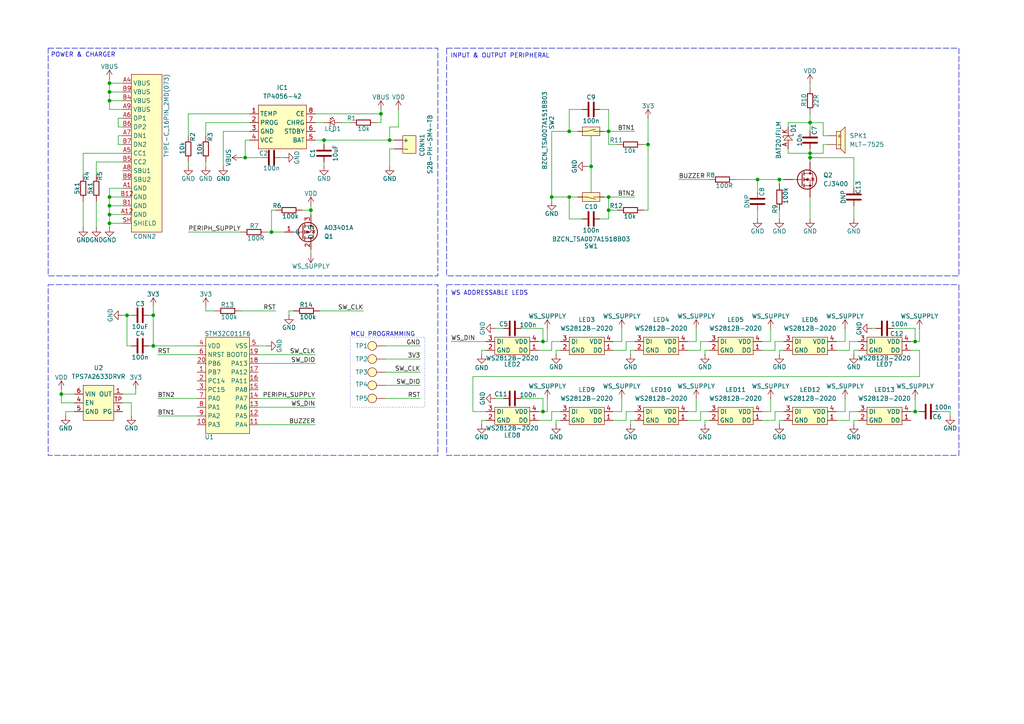
<source format=kicad_sch>
(kicad_sch (version 20250114) (generator "eeschema") (generator_version "9.0")
  (paper "A4")
  (rectangle (start 101.6 97.79) (end 123.19 118.11) (stroke (width 0) (type dot)))
  (rectangle (start 129.54 82.55) (end 278.13 132.08) (stroke (width 0) (type dash)))
  (rectangle (start 13.97 82.55) (end 127 132.08) (stroke (width 0) (type dash)))
  (rectangle (start 13.97 13.97) (end 127 80.01) (stroke (width 0) (type dash)))
  (rectangle (start 129.54 13.97) (end 278.13 80.01) (stroke (width 0) (type dash)))
  (text "INPUT & OUTPUT PERIPHERAL" (at 145.034 16.256 0) (effects (font (size 1.27 1.27))))
  (text "POWER & CHARGER" (at 24.13 16.002 0) (effects (font (size 1.27 1.27))))
  (text "WS ADDRESSABLE LEDS" (at 141.986 85.09 0) (effects (font (size 1.27 1.27))))
  (text "MCU PROGRAMMING" (at 101.6 97.79 0) (effects (font (size 1.27 1.27)) (justify left bottom)))
  (junction (at 31.75 57.15))
  (junction (at 265.43 119.38))
  (junction (at 165.1 57.15))
  (junction (at 176.53 38.1))
  (junction (at 226.06 52.07))
  (junction (at 187.96 41.91))
  (junction (at 165.1 38.1))
  (junction (at 234.95 45.72))
  (junction (at 93.98 40.64))
  (junction (at 31.75 59.69))
  (junction (at 113.03 40.64))
  (junction (at 176.53 60.96))
  (junction (at 157.48 119.38))
  (junction (at 17.78 114.3))
  (junction (at 31.75 62.23))
  (junction (at 31.75 24.13))
  (junction (at 31.75 29.21))
  (junction (at 78.74 67.31))
  (junction (at 265.43 99.06))
  (junction (at 44.45 91.44))
  (junction (at 44.45 100.33))
  (junction (at 160.02 57.15))
  (junction (at 157.48 99.06))
  (junction (at 110.49 33.02))
  (junction (at 176.53 57.15))
  (junction (at 71.12 45.72))
  (junction (at 36.83 91.44))
  (junction (at 31.75 26.67))
  (junction (at 234.95 35.56))
  (junction (at 234.95 44.45))
  (junction (at 31.75 64.77))
  (junction (at 90.17 60.96))
  (junction (at 171.45 48.26))
  (junction (at 219.71 52.07))
  (wire (pts (xy 176.53 31.75) (xy 176.53 38.1)))
  (wire (pts (xy 137.16 119.38) (xy 137.16 109.22)))
  (wire (pts (xy 78.74 60.96) (xy 80.01 60.96)))
  (wire (pts (xy 36.83 91.44) (xy 38.1 91.44)))
  (wire (pts (xy 203.2 119.38) (xy 205.74 119.38)))
  (wire (pts (xy 59.69 90.17) (xy 62.23 90.17)))
  (wire (pts (xy 187.96 34.29) (xy 187.96 41.91)))
  (wire (pts (xy 143.51 115.57) (xy 146.05 115.57)))
  (wire (pts (xy 31.75 62.23) (xy 35.56 62.23)))
  (wire (pts (xy 77.47 67.31) (xy 78.74 67.31)))
  (wire (pts (xy 165.1 31.75) (xy 165.1 38.1)))
  (wire (pts (xy 247.65 54.61) (xy 247.65 45.72)))
  (wire (pts (xy 176.53 63.5) (xy 176.53 60.96)))
  (wire (pts (xy 19.05 119.38) (xy 19.05 120.65)))
  (wire (pts (xy 160.02 101.6) (xy 160.02 99.06)))
  (wire (pts (xy 165.1 63.5) (xy 168.91 63.5)))
  (wire (pts (xy 74.93 105.41) (xy 91.44 105.41)))
  (wire (pts (xy 54.61 33.02) (xy 54.61 39.37)))
  (wire (pts (xy 226.06 101.6) (xy 226.06 102.87)))
  (wire (pts (xy 83.82 90.17) (xy 83.82 91.44)))
  (wire (pts (xy 59.69 88.9) (xy 59.69 90.17)))
  (wire (pts (xy 234.95 44.45) (xy 238.76 44.45)))
  (wire (pts (xy 91.44 40.64) (xy 93.98 40.64)))
  (wire (pts (xy 72.39 33.02) (xy 54.61 33.02)))
  (wire (pts (xy 177.8 119.38) (xy 180.34 119.38)))
  (wire (pts (xy 160.02 119.38) (xy 162.56 119.38)))
  (wire (pts (xy 140.97 119.38) (xy 137.16 119.38)))
  (wire (pts (xy 156.21 99.06) (xy 157.48 99.06)))
  (wire (pts (xy 170.18 48.26) (xy 171.45 48.26)))
  (wire (pts (xy 156.21 101.6) (xy 160.02 101.6)))
  (wire (pts (xy 242.57 99.06) (xy 245.11 99.06)))
  (wire (pts (xy 31.75 62.23) (xy 31.75 64.77)))
  (wire (pts (xy 234.95 33.02) (xy 234.95 35.56)))
  (wire (pts (xy 35.56 34.29) (xy 34.29 34.29)))
  (wire (pts (xy 140.97 121.92) (xy 139.7 121.92)))
  (wire (pts (xy 176.53 60.96) (xy 176.53 57.15)))
  (wire (pts (xy 165.1 57.15) (xy 160.02 57.15)))
  (wire (pts (xy 247.65 121.92) (xy 247.65 123.19)))
  (wire (pts (xy 81.28 45.72) (xy 82.55 45.72)))
  (wire (pts (xy 184.15 121.92) (xy 182.88 121.92)))
  (wire (pts (xy 224.79 99.06) (xy 227.33 99.06)))
  (wire (pts (xy 227.33 101.6) (xy 226.06 101.6)))
  (wire (pts (xy 167.64 57.15) (xy 165.1 57.15)))
  (wire (pts (xy 54.61 46.99) (xy 54.61 48.26)))
  (wire (pts (xy 177.8 99.06) (xy 180.34 99.06)))
  (wire (pts (xy 35.56 46.99) (xy 27.94 46.99)))
  (wire (pts (xy 246.38 99.06) (xy 248.92 99.06)))
  (wire (pts (xy 219.71 60.96) (xy 219.71 63.5)))
  (wire (pts (xy 160.02 57.15) (xy 160.02 58.42)))
  (wire (pts (xy 266.7 109.22) (xy 266.7 101.6)))
  (wire (pts (xy 219.71 52.07) (xy 219.71 55.88)))
  (wire (pts (xy 266.7 95.25) (xy 266.7 99.06)))
  (wire (pts (xy 143.51 95.25) (xy 146.05 95.25)))
  (wire (pts (xy 31.75 31.75) (xy 31.75 29.21)))
  (wire (pts (xy 34.29 36.83) (xy 35.56 36.83)))
  (wire (pts (xy 186.69 41.91) (xy 187.96 41.91)))
  (wire (pts (xy 31.75 57.15) (xy 31.75 59.69)))
  (wire (pts (xy 111.76 115.57) (xy 121.92 115.57)))
  (wire (pts (xy 90.17 60.96) (xy 90.17 62.23)))
  (wire (pts (xy 220.98 99.06) (xy 223.52 99.06)))
  (wire (pts (xy 271.78 119.38) (xy 275.59 119.38)))
  (wire (pts (xy 140.97 101.6) (xy 139.7 101.6)))
  (wire (pts (xy 238.76 41.91) (xy 238.76 44.45)))
  (wire (pts (xy 35.56 26.67) (xy 31.75 26.67)))
  (wire (pts (xy 175.26 57.15) (xy 176.53 57.15)))
  (wire (pts (xy 162.56 101.6) (xy 161.29 101.6)))
  (wire (pts (xy 85.09 90.17) (xy 83.82 90.17)))
  (wire (pts (xy 266.7 101.6) (xy 264.16 101.6)))
  (wire (pts (xy 17.78 116.84) (xy 21.59 116.84)))
  (wire (pts (xy 93.98 40.64) (xy 93.98 41.91)))
  (wire (pts (xy 160.02 38.1) (xy 165.1 38.1)))
  (wire (pts (xy 93.98 46.99) (xy 93.98 48.26)))
  (wire (pts (xy 275.59 119.38) (xy 275.59 120.65)))
  (wire (pts (xy 224.79 119.38) (xy 227.33 119.38)))
  (wire (pts (xy 59.69 46.99) (xy 59.69 48.26)))
  (wire (pts (xy 31.75 54.61) (xy 31.75 57.15)))
  (wire (pts (xy 115.57 31.75) (xy 115.57 36.83)))
  (wire (pts (xy 227.33 121.92) (xy 226.06 121.92)))
  (wire (pts (xy 45.72 120.65) (xy 57.15 120.65)))
  (wire (pts (xy 92.71 90.17) (xy 105.41 90.17)))
  (wire (pts (xy 72.39 38.1) (xy 64.77 38.1)))
  (wire (pts (xy 35.56 114.3) (xy 39.37 114.3)))
  (wire (pts (xy 31.75 59.69) (xy 31.75 62.23)))
  (wire (pts (xy 139.7 121.92) (xy 139.7 123.19)))
  (wire (pts (xy 137.16 109.22) (xy 266.7 109.22)))
  (wire (pts (xy 220.98 121.92) (xy 224.79 121.92)))
  (wire (pts (xy 157.48 119.38) (xy 158.75 119.38)))
  (wire (pts (xy 245.11 95.25) (xy 245.11 99.06)))
  (wire (pts (xy 219.71 52.07) (xy 226.06 52.07)))
  (wire (pts (xy 203.2 101.6) (xy 203.2 99.06)))
  (wire (pts (xy 43.18 91.44) (xy 44.45 91.44)))
  (wire (pts (xy 111.76 111.76) (xy 121.92 111.76)))
  (wire (pts (xy 113.03 36.83) (xy 113.03 40.64)))
  (wire (pts (xy 43.18 100.33) (xy 44.45 100.33)))
  (wire (pts (xy 246.38 119.38) (xy 248.92 119.38)))
  (wire (pts (xy 247.65 45.72) (xy 234.95 45.72)))
  (wire (pts (xy 220.98 119.38) (xy 223.52 119.38)))
  (wire (pts (xy 205.74 101.6) (xy 204.47 101.6)))
  (wire (pts (xy 71.12 45.72) (xy 76.2 45.72)))
  (wire (pts (xy 111.76 100.33) (xy 121.92 100.33)))
  (wire (pts (xy 157.48 99.06) (xy 158.75 99.06)))
  (wire (pts (xy 157.48 95.25) (xy 157.48 99.06)))
  (wire (pts (xy 181.61 99.06) (xy 184.15 99.06)))
  (wire (pts (xy 69.85 90.17) (xy 80.01 90.17)))
  (wire (pts (xy 240.03 41.91) (xy 238.76 41.91)))
  (wire (pts (xy 109.22 35.56) (xy 110.49 35.56)))
  (wire (pts (xy 157.48 115.57) (xy 157.48 119.38)))
  (wire (pts (xy 234.95 43.18) (xy 234.95 44.45)))
  (wire (pts (xy 113.03 48.26) (xy 113.03 43.18)))
  (wire (pts (xy 247.65 101.6) (xy 247.65 102.87)))
  (wire (pts (xy 203.2 121.92) (xy 203.2 119.38)))
  (wire (pts (xy 173.99 31.75) (xy 176.53 31.75)))
  (wire (pts (xy 224.79 119.38) (xy 224.79 121.92)))
  (wire (pts (xy 110.49 31.75) (xy 110.49 33.02)))
  (wire (pts (xy 31.75 64.77) (xy 35.56 64.77)))
  (wire (pts (xy 74.93 102.87) (xy 91.44 102.87)))
  (wire (pts (xy 31.75 57.15) (xy 35.56 57.15)))
  (wire (pts (xy 44.45 100.33) (xy 57.15 100.33)))
  (wire (pts (xy 151.13 95.25) (xy 157.48 95.25)))
  (wire (pts (xy 31.75 64.77) (xy 31.75 66.04)))
  (wire (pts (xy 201.93 95.25) (xy 201.93 99.06)))
  (wire (pts (xy 110.49 33.02) (xy 110.49 35.56)))
  (wire (pts (xy 72.39 40.64) (xy 71.12 40.64)))
  (wire (pts (xy 182.88 101.6) (xy 182.88 102.87)))
  (wire (pts (xy 31.75 22.86) (xy 31.75 24.13)))
  (wire (pts (xy 171.45 48.26) (xy 171.45 55.88)))
  (wire (pts (xy 59.69 35.56) (xy 59.69 39.37)))
  (wire (pts (xy 38.1 116.84) (xy 38.1 120.65)))
  (wire (pts (xy 64.77 38.1) (xy 64.77 48.26)))
  (wire (pts (xy 111.76 107.95) (xy 121.92 107.95)))
  (wire (pts (xy 220.98 101.6) (xy 224.79 101.6)))
  (wire (pts (xy 35.56 24.13) (xy 31.75 24.13)))
  (wire (pts (xy 175.26 38.1) (xy 176.53 38.1)))
  (wire (pts (xy 180.34 115.57) (xy 180.34 119.38)))
  (wire (pts (xy 181.61 119.38) (xy 181.61 121.92)))
  (wire (pts (xy 24.13 58.42) (xy 24.13 66.04)))
  (wire (pts (xy 74.93 115.57) (xy 91.44 115.57)))
  (wire (pts (xy 17.78 113.03) (xy 17.78 114.3)))
  (wire (pts (xy 156.21 121.92) (xy 160.02 121.92)))
  (wire (pts (xy 91.44 35.56) (xy 93.98 35.56)))
  (wire (pts (xy 226.06 60.96) (xy 226.06 63.5)))
  (wire (pts (xy 245.11 115.57) (xy 245.11 119.38)))
  (wire (pts (xy 203.2 99.06) (xy 205.74 99.06)))
  (wire (pts (xy 246.38 101.6) (xy 246.38 99.06)))
  (wire (pts (xy 224.79 101.6) (xy 224.79 99.06)))
  (wire (pts (xy 36.83 91.44) (xy 36.83 100.33)))
  (wire (pts (xy 45.72 115.57) (xy 57.15 115.57)))
  (wire (pts (xy 35.56 31.75) (xy 31.75 31.75)))
  (wire (pts (xy 234.95 35.56) (xy 228.6 35.56)))
  (wire (pts (xy 31.75 29.21) (xy 35.56 29.21)))
  (wire (pts (xy 234.95 45.72) (xy 234.95 46.99)))
  (wire (pts (xy 226.06 52.07) (xy 226.06 53.34)))
  (wire (pts (xy 90.17 59.69) (xy 90.17 60.96)))
  (wire (pts (xy 168.91 31.75) (xy 165.1 31.75)))
  (wire (pts (xy 158.75 115.57) (xy 158.75 119.38)))
  (wire (pts (xy 34.29 34.29) (xy 34.29 36.83)))
  (wire (pts (xy 91.44 33.02) (xy 110.49 33.02)))
  (wire (pts (xy 234.95 24.13) (xy 234.95 25.4)))
  (wire (pts (xy 265.43 119.38) (xy 266.7 119.38)))
  (wire (pts (xy 179.07 41.91) (xy 176.53 41.91)))
  (wire (pts (xy 161.29 101.6) (xy 161.29 102.87)))
  (wire (pts (xy 162.56 121.92) (xy 161.29 121.92)))
  (wire (pts (xy 247.65 59.69) (xy 247.65 63.5)))
  (wire (pts (xy 173.99 63.5) (xy 176.53 63.5)))
  (wire (pts (xy 54.61 67.31) (xy 69.85 67.31)))
  (wire (pts (xy 90.17 72.39) (xy 90.17 73.66)))
  (wire (pts (xy 165.1 38.1) (xy 167.64 38.1)))
  (wire (pts (xy 161.29 121.92) (xy 161.29 123.19)))
  (wire (pts (xy 204.47 121.92) (xy 204.47 123.19)))
  (wire (pts (xy 139.7 101.6) (xy 139.7 102.87)))
  (wire (pts (xy 228.6 43.18) (xy 228.6 44.45)))
  (wire (pts (xy 171.45 48.26) (xy 171.45 39.37)))
  (wire (pts (xy 223.52 95.25) (xy 223.52 99.06)))
  (wire (pts (xy 31.75 59.69) (xy 35.56 59.69)))
  (wire (pts (xy 242.57 101.6) (xy 246.38 101.6)))
  (wire (pts (xy 252.73 95.25) (xy 254 95.25)))
  (wire (pts (xy 199.39 101.6) (xy 203.2 101.6)))
  (wire (pts (xy 78.74 67.31) (xy 78.74 60.96)))
  (wire (pts (xy 201.93 115.57) (xy 201.93 119.38)))
  (wire (pts (xy 228.6 35.56) (xy 228.6 36.83)))
  (wire (pts (xy 158.75 99.06) (xy 158.75 95.25)))
  (wire (pts (xy 179.07 60.96) (xy 176.53 60.96)))
  (wire (pts (xy 264.16 99.06) (xy 265.43 99.06)))
  (wire (pts (xy 115.57 36.83) (xy 113.03 36.83)))
  (wire (pts (xy 242.57 121.92) (xy 246.38 121.92)))
  (wire (pts (xy 45.72 102.87) (xy 57.15 102.87)))
  (wire (pts (xy 238.76 35.56) (xy 234.95 35.56)))
  (wire (pts (xy 39.37 114.3) (xy 39.37 113.03)))
  (wire (pts (xy 238.76 39.37) (xy 240.03 39.37)))
  (wire (pts (xy 160.02 57.15) (xy 160.02 38.1)))
  (wire (pts (xy 234.95 57.15) (xy 234.95 63.5)))
  (wire (pts (xy 99.06 35.56) (xy 101.6 35.56)))
  (wire (pts (xy 87.63 60.96) (xy 90.17 60.96)))
  (wire (pts (xy 44.45 88.9) (xy 44.45 91.44)))
  (wire (pts (xy 71.12 40.64) (xy 71.12 45.72)))
  (wire (pts (xy 35.56 44.45) (xy 24.13 44.45)))
  (wire (pts (xy 111.76 104.14) (xy 121.92 104.14)))
  (wire (pts (xy 130.81 99.06) (xy 140.97 99.06)))
  (wire (pts (xy 31.75 26.67) (xy 31.75 29.21)))
  (wire (pts (xy 35.56 116.84) (xy 38.1 116.84)))
  (wire (pts (xy 248.92 121.92) (xy 247.65 121.92)))
  (wire (pts (xy 265.43 115.57) (xy 265.43 119.38)))
  (wire (pts (xy 181.61 101.6) (xy 181.61 99.06)))
  (wire (pts (xy 17.78 114.3) (xy 21.59 114.3)))
  (wire (pts (xy 180.34 95.25) (xy 180.34 99.06)))
  (wire (pts (xy 38.1 100.33) (xy 36.83 100.33)))
  (wire (pts (xy 35.56 39.37) (xy 34.29 39.37)))
  (wire (pts (xy 234.95 44.45) (xy 234.95 45.72)))
  (wire (pts (xy 74.93 100.33) (xy 77.47 100.33)))
  (wire (pts (xy 213.36 52.07) (xy 219.71 52.07)))
  (wire (pts (xy 156.21 119.38) (xy 157.48 119.38)))
  (wire (pts (xy 113.03 40.64) (xy 114.3 40.64)))
  (wire (pts (xy 223.52 115.57) (xy 223.52 119.38)))
  (wire (pts (xy 176.53 38.1) (xy 176.53 41.91)))
  (wire (pts (xy 160.02 121.92) (xy 160.02 119.38)))
  (wire (pts (xy 265.43 95.25) (xy 265.43 99.06)))
  (wire (pts (xy 69.85 45.72) (xy 71.12 45.72)))
  (wire (pts (xy 265.43 99.06) (xy 266.7 99.06)))
  (wire (pts (xy 199.39 119.38) (xy 201.93 119.38)))
  (wire (pts (xy 17.78 114.3) (xy 17.78 116.84)))
  (wire (pts (xy 238.76 39.37) (xy 238.76 35.56)))
  (wire (pts (xy 228.6 44.45) (xy 234.95 44.45)))
  (wire (pts (xy 259.08 95.25) (xy 265.43 95.25)))
  (wire (pts (xy 160.02 99.06) (xy 162.56 99.06)))
  (wire (pts (xy 177.8 121.92) (xy 181.61 121.92)))
  (wire (pts (xy 204.47 101.6) (xy 204.47 102.87)))
  (wire (pts (xy 181.61 119.38) (xy 184.15 119.38)))
  (wire (pts (xy 165.1 57.15) (xy 165.1 63.5)))
  (wire (pts (xy 196.85 52.07) (xy 205.74 52.07)))
  (wire (pts (xy 21.59 119.38) (xy 19.05 119.38)))
  (wire (pts (xy 242.57 119.38) (xy 245.11 119.38)))
  (wire (pts (xy 35.56 54.61) (xy 31.75 54.61)))
  (wire (pts (xy 82.55 67.31) (xy 78.74 67.31)))
  (wire (pts (xy 246.38 119.38) (xy 246.38 121.92)))
  (wire (pts (xy 205.74 121.92) (xy 204.47 121.92)))
  (wire (pts (xy 176.53 38.1) (xy 184.15 38.1)))
  (wire (pts (xy 187.96 41.91) (xy 187.96 60.96)))
  (wire (pts (xy 264.16 119.38) (xy 265.43 119.38)))
  (wire (pts (xy 34.29 41.91) (xy 35.56 41.91)))
  (wire (pts (xy 182.88 121.92) (xy 182.88 123.19)))
  (wire (pts (xy 27.94 46.99) (xy 27.94 50.8)))
  (wire (pts (xy 74.93 123.19) (xy 91.44 123.19)))
  (wire (pts (xy 199.39 121.92) (xy 203.2 121.92)))
  (wire (pts (xy 93.98 40.64) (xy 113.03 40.64)))
  (wire (pts (xy 113.03 43.18) (xy 114.3 43.18)))
  (wire (pts (xy 44.45 91.44) (xy 44.45 100.33)))
  (wire (pts (xy 226.06 121.92) (xy 226.06 123.19)))
  (wire (pts (xy 31.75 24.13) (xy 31.75 26.67)))
  (wire (pts (xy 234.95 35.56) (xy 234.95 38.1)))
  (wire (pts (xy 74.93 118.11) (xy 91.44 118.11)))
  (wire (pts (xy 187.96 60.96) (xy 186.69 60.96)))
  (wire (pts (xy 248.92 101.6) (xy 247.65 101.6)))
  (wire (pts (xy 151.13 115.57) (xy 157.48 115.57)))
  (wire (pts (xy 72.39 35.56) (xy 59.69 35.56)))
  (wire (pts (xy 176.53 57.15) (xy 184.15 57.15)))
  (wire (pts (xy 34.29 39.37) (xy 34.29 41.91)))
  (wire (pts (xy 226.06 52.07) (xy 227.33 52.07)))
  (wire (pts (xy 184.15 101.6) (xy 182.88 101.6)))
  (wire (pts (xy 177.8 101.6) (xy 181.61 101.6)))
  (wire (pts (xy 27.94 58.42) (xy 27.94 66.04)))
  (wire (pts (xy 35.56 91.44) (xy 36.83 91.44)))
  (wire (pts (xy 24.13 44.45) (xy 24.13 50.8)))
  (wire (pts (xy 199.39 99.06) (xy 201.93 99.06)))
  (label "BTN1" (at 184.15 38.1 180))
  (label "BUZZER" (at 91.44 123.19 180))
  (label "RST" (at 121.92 115.57 180))
  (label "RST" (at 45.72 102.87 0))
  (label "SW_CLK" (at 105.41 90.17 180))
  (label "GND" (at 121.92 100.33 180))
  (label "RST" (at 80.01 90.17 180))
  (label "BTN2" (at 45.72 115.57 0))
  (label "PERIPH_SUPPLY" (at 91.44 115.57 180))
  (label "BTN1" (at 45.72 120.65 0))
  (label "SW_CLK" (at 121.92 107.95 180))
  (label "BTN2" (at 184.15 57.15 180))
  (label "PERIPH_SUPPLY" (at 54.61 67.31 0))
  (label "SW_CLK" (at 91.44 102.87 180))
  (label "WS_DIN" (at 91.44 118.11 180))
  (label "3V3" (at 121.92 104.14 180))
  (label "WS_DIN" (at 130.81 99.06 0))
  (label "SW_DIO" (at 91.44 105.41 180))
  (label "SW_DIO" (at 121.92 111.76 180))
  (label "BUZZER" (at 196.85 52.07 0))
  (symbol (lib_id "Borna KiCAD Libary:BZCN_TSA007A1518B03") (at 171.45 57.15 0) (mirror x) (unit 1)
    (property "Reference" "SW1" (at 171.45 71.374 0))
    (property "Value" "BZCN_TSA007A1518B03" (at 171.45 69.342 0))
    (property "Footprint" "Borna KiCAD Library:TSA007A1518B03" (effects (hide yes)))
    (property "Description" "C2888419" (effects (hide yes)))
  )
  (symbol (lib_id "power:GND") (at 161.29 123.19 0) (unit 1)
    (property "Reference" "#PWR036" (effects (hide yes)))
    (property "Value" "GND" (at 161.29 126.746 0))
    (property "Description" "Power symbol creates a global label with name \"GND\" , ground" (effects (hide yes)))
  )
  (symbol (lib_id "power:GND") (at 247.65 123.19 0) (unit 1)
    (property "Reference" "#PWR040" (effects (hide yes)))
    (property "Value" "GND" (at 247.65 126.746 0))
    (property "Description" "Power symbol creates a global label with name \"GND\" , ground" (effects (hide yes)))
  )
  (symbol (lib_id "power:VDD") (at 17.78 113.03 0) (unit 1)
    (property "Reference" "#PWR058" (effects (hide yes)))
    (property "Value" "VDD" (at 17.78 109.474 0))
    (property "Description" "Power symbol creates a global label with name \"VDD\"" (effects (hide yes)))
  )
  (symbol (lib_id "Borna KiCAD Libary:WS2812B-2020") (at 234.95 100.33 0) (unit 1)
    (property "Reference" "LED6" (at 234.95 92.71 0))
    (property "Value" "WS2812B-2020" (at 234.95 95.25 0))
    (property "Footprint" "Borna KiCAD Library:WS2812B-2020" (effects (hide yes)))
  )
  (symbol (lib_id "power:GND") (at 182.88 102.87 0) (unit 1)
    (property "Reference" "#PWR024" (effects (hide yes)))
    (property "Value" "GND" (at 182.88 106.426 0))
    (property "Description" "Power symbol creates a global label with name \"GND\" , ground" (effects (hide yes)))
  )
  (symbol (lib_id "Borna KiCAD Libary:WS2812B-2020") (at 170.18 120.65 0) (unit 1)
    (property "Reference" "LED9" (at 170.18 113.03 0))
    (property "Value" "WS2812B-2020" (at 170.18 115.57 0))
    (property "Footprint" "Borna KiCAD Library:WS2812B-2020" (effects (hide yes)))
  )
  (symbol (lib_id "Borna KiCAD Libary:WS2812B-2020") (at 148.59 120.65 0) (unit 1)
    (property "Reference" "LED8" (at 148.59 126.238 0))
    (property "Value" "WS2812B-2020" (at 148.59 124.206 0))
    (property "Footprint" "Borna KiCAD Library:WS2812B-2020" (effects (hide yes)))
  )
  (symbol (lib_id "power:VDD") (at 265.43 115.57 0) (unit 1)
    (property "Reference" "#PWR033" (effects (hide yes)))
    (property "Value" "WS_SUPPLY" (at 265.43 112.014 0))
    (property "Description" "Power symbol creates a global label with name \"VDD\"" (effects (hide yes)))
  )
  (symbol (lib_id "power:VDD") (at 223.52 115.57 0) (unit 1)
    (property "Reference" "#PWR031" (effects (hide yes)))
    (property "Value" "WS_SUPPLY" (at 223.52 112.014 0))
    (property "Description" "Power symbol creates a global label with name \"VDD\"" (effects (hide yes)))
  )
  (symbol (lib_id "power:VDD") (at 31.75 22.86 0) (unit 1)
    (property "Reference" "#PWR01" (effects (hide yes)))
    (property "Value" "VBUS" (at 31.75 19.304 0))
    (property "Description" "Power symbol creates a global label with name \"VDD\"" (effects (hide yes)))
  )
  (symbol (lib_id "power:VDD") (at 245.11 95.25 0) (unit 1)
    (property "Reference" "#PWR020" (effects (hide yes)))
    (property "Value" "WS_SUPPLY" (at 245.11 91.694 0))
    (property "Description" "Power symbol creates a global label with name \"VDD\"" (effects (hide yes)))
  )
  (symbol (lib_id "Borna KiCAD Libary:MLT-7525") (at 242.57 40.64 0) (unit 1)
    (property "Reference" "SPK1" (at 246.38 39.3699 0) (effects (justify left)))
    (property "Value" "MLT-7525" (at 246.38 41.9099 0) (effects (justify left)))
    (property "Footprint" "Borna KiCAD Library:MTL-7525" (effects (hide yes)))
  )
  (symbol (lib_id "Borna KiCAD Libary:R0603") (at 209.55 52.07 180) (unit 1)
    (property "Reference" "R8" (at 204.724 50.8 0) (effects (justify right)))
    (property "Value" "100R" (at 207.518 53.848 0) (effects (justify right)))
    (property "Footprint" "Borna KiCAD Library:R0603" (effects (hide yes)))
  )
  (symbol (lib_id "power:GND") (at 64.77 48.26 0) (unit 1)
    (property "Reference" "#PWR07" (effects (hide yes)))
    (property "Value" "GND" (at 64.77 51.816 0))
    (property "Description" "Power symbol creates a global label with name \"GND\" , ground" (effects (hide yes)))
  )
  (symbol (lib_id "power:VDD") (at 90.17 73.66 180) (unit 1)
    (property "Reference" "#PWR041" (effects (hide yes)))
    (property "Value" "WS_SUPPLY" (at 90.17 77.216 0))
    (property "Description" "Power symbol creates a global label with name \"VDD\"" (effects (hide yes)))
  )
  (symbol (lib_id "Borna KiCAD Libary:WS2812B-2020") (at 213.36 100.33 0) (unit 1)
    (property "Reference" "LED5" (at 213.36 92.71 0))
    (property "Value" "WS2812B-2020" (at 213.36 95.25 0))
    (property "Footprint" "Borna KiCAD Library:WS2812B-2020" (effects (hide yes)))
  )
  (symbol (lib_id "power:GND") (at 27.94 66.04 0) (unit 1)
    (property "Reference" "#PWR011" (effects (hide yes)))
    (property "Value" "GND" (at 27.94 69.596 0))
    (property "Description" "Power symbol creates a global label with name \"GND\" , ground" (effects (hide yes)))
  )
  (symbol (lib_id "Borna KiCAD Libary:C0603") (at 256.54 95.25 0) (unit 1)
    (property "Reference" "C12" (at 260.096 96.774 0))
    (property "Value" "100n" (at 260.858 93.98 0))
    (property "Footprint" "Borna KiCAD Library:C0603" (effects (hide yes)))
  )
  (symbol (lib_id "Borna KiCAD Libary:R0603") (at 226.06 57.15 270) (unit 1)
    (property "Reference" "R9" (at 224.79 61.976 0) (effects (justify right)))
    (property "Value" "100k" (at 227.838 59.182 0) (effects (justify right)))
    (property "Footprint" "Borna KiCAD Library:R0603" (effects (hide yes)))
  )
  (symbol (lib_id "Borna KiCAD Libary:TP4056-42") (at 82.55 36.83 0) (unit 1)
    (property "Reference" "IC1" (at 81.915 25.4 0))
    (property "Value" "TP4056-42" (at 81.915 27.94 0))
    (property "Footprint" "Borna KiCAD Library:EMSOP" (effects (hide yes)))
  )
  (symbol (lib_id "power:GND") (at 139.7 123.19 0) (unit 1)
    (property "Reference" "#PWR035" (effects (hide yes)))
    (property "Value" "GND" (at 139.7 126.746 0))
    (property "Description" "Power symbol creates a global label with name \"GND\" , ground" (effects (hide yes)))
  )
  (symbol (lib_id "power:GND") (at 143.51 95.25 270) (unit 1)
    (property "Reference" "#PWR015" (effects (hide yes)))
    (property "Value" "GND" (at 139.954 95.25 0))
    (property "Description" "Power symbol creates a global label with name \"GND\" , ground" (effects (hide yes)))
  )
  (symbol (lib_id "power:VDD") (at 201.93 115.57 0) (unit 1)
    (property "Reference" "#PWR030" (effects (hide yes)))
    (property "Value" "WS_SUPPLY" (at 201.93 112.014 0))
    (property "Description" "Power symbol creates a global label with name \"VDD\"" (effects (hide yes)))
  )
  (symbol (lib_id "Borna KiCAD Libary:R0603") (at 88.9 90.17 180) (unit 1)
    (property "Reference" "R14" (at 86.868 88.392 0) (effects (justify right)))
    (property "Value" "100k" (at 86.868 91.948 0) (effects (justify right)))
    (property "Footprint" "Borna KiCAD Library:R0603" (effects (hide yes)))
  )
  (symbol (lib_id "Borna KiCAD Libary:WS2812B-2020") (at 148.59 100.33 0) (unit 1)
    (property "Reference" "LED2" (at 148.59 105.664 0))
    (property "Value" "WS2812B-2020" (at 148.59 103.886 0))
    (property "Footprint" "Borna KiCAD Library:WS2812B-2020" (effects (hide yes)))
  )
  (symbol (lib_id "power:VDD") (at 110.49 31.75 0) (unit 1)
    (property "Reference" "#PWR02" (effects (hide yes)))
    (property "Value" "VBUS" (at 110.49 28.194 0))
    (property "Description" "Power symbol creates a global label with name \"VDD\"" (effects (hide yes)))
  )
  (symbol (lib_id "Borna KiCAD Libary:S2B-PH-SM4-TB") (at 116.84 41.91 0) (unit 1)
    (property "Reference" "CONN1" (at 122.428 45.466 90) (effects (justify left)))
    (property "Value" "S2B-PH-SM4-TB" (at 124.714 50.546 90) (effects (justify left)))
    (property "Footprint" "Borna KiCAD Library:JST_S2B-PH-SM4-TB" (effects (hide yes)))
  )
  (symbol (lib_id "power:GND") (at 182.88 123.19 0) (unit 1)
    (property "Reference" "#PWR037" (effects (hide yes)))
    (property "Value" "GND" (at 182.88 126.746 0))
    (property "Description" "Power symbol creates a global label with name \"GND\" , ground" (effects (hide yes)))
  )
  (symbol (lib_id "power:VDD") (at 69.85 45.72 90) (unit 1)
    (property "Reference" "#PWR03" (effects (hide yes)))
    (property "Value" "VBUS" (at 66.294 45.72 0))
    (property "Description" "Power symbol creates a global label with name \"VDD\"" (effects (hide yes)))
  )
  (symbol (lib_id "power:GND") (at 204.47 102.87 0) (unit 1)
    (property "Reference" "#PWR025" (effects (hide yes)))
    (property "Value" "GND" (at 204.47 106.426 0))
    (property "Description" "Power symbol creates a global label with name \"GND\" , ground" (effects (hide yes)))
  )
  (symbol (lib_id "Borna KiCAD Libary:WS2812B-2020") (at 234.95 120.65 0) (unit 1)
    (property "Reference" "LED12" (at 234.95 113.03 0))
    (property "Value" "WS2812B-2020" (at 234.95 115.57 0))
    (property "Footprint" "Borna KiCAD Library:WS2812B-2020" (effects (hide yes)))
  )
  (symbol (lib_id "power:GND") (at 24.13 66.04 0) (unit 1)
    (property "Reference" "#PWR010" (effects (hide yes)))
    (property "Value" "GND" (at 24.13 69.596 0))
    (property "Description" "Power symbol creates a global label with name \"GND\" , ground" (effects (hide yes)))
  )
  (symbol (lib_id "power:VDD") (at 180.34 115.57 0) (unit 1)
    (property "Reference" "#PWR029" (effects (hide yes)))
    (property "Value" "WS_SUPPLY" (at 180.34 112.014 0))
    (property "Description" "Power symbol creates a global label with name \"VDD\"" (effects (hide yes)))
  )
  (symbol (lib_id "Borna KiCAD Libary:WS2812B-2020") (at 170.18 100.33 0) (unit 1)
    (property "Reference" "LED3" (at 170.18 92.71 0))
    (property "Value" "WS2812B-2020" (at 170.18 95.25 0))
    (property "Footprint" "Borna KiCAD Library:WS2812B-2020" (effects (hide yes)))
  )
  (symbol (lib_id "power:GND") (at 82.55 45.72 90) (unit 1)
    (property "Reference" "#PWR04" (effects (hide yes)))
    (property "Value" "GND" (at 86.106 45.72 0))
    (property "Description" "Power symbol creates a global label with name \"GND\" , ground" (effects (hide yes)))
  )
  (symbol (lib_id "Borna KiCAD Libary:BZCN_TSA007A1518B03") (at 171.45 38.1 0) (unit 1)
    (property "Reference" "SW2" (at 160.02 35.56 90))
    (property "Value" "BZCN_TSA007A1518B03" (at 157.988 37.846 90))
    (property "Footprint" "Borna KiCAD Library:TSA007A1518B03" (effects (hide yes)))
    (property "Description" "C2888419" (effects (hide yes)))
  )
  (symbol (lib_id "Borna KiCAD Libary:TP-1_5mm") (at 110.49 100.33 0) (unit 1)
    (property "Reference" "TP1" (at 104.902 100.33 0))
    (property "Footprint" "Borna KiCAD Library:TP-1_5mm" (effects (hide yes)))
  )
  (symbol (lib_id "power:GND") (at 219.71 63.5 0) (unit 1)
    (property "Reference" "#PWR046" (effects (hide yes)))
    (property "Value" "GND" (at 219.71 67.056 0))
    (property "Description" "Power symbol creates a global label with name \"GND\" , ground" (effects (hide yes)))
  )
  (symbol (lib_id "Borna KiCAD Libary:TP-1_5mm") (at 110.49 104.14 0) (unit 1)
    (property "Reference" "TP2" (at 104.902 104.14 0))
    (property "Footprint" "Borna KiCAD Library:TP-1_5mm" (effects (hide yes)))
  )
  (symbol (lib_id "Borna KiCAD Libary:C1206") (at 93.98 44.45 90) (unit 1)
    (property "Reference" "C1" (at 90.678 44.45 0))
    (property "Value" "10uF" (at 97.282 44.45 0))
    (property "Footprint" "Borna KiCAD Library:C1206" (effects (hide yes)))
  )
  (symbol (lib_id "Borna KiCAD Libary:R0603") (at 27.94 54.61 90) (unit 1)
    (property "Reference" "R5" (at 28.956 51.054 0))
    (property "Value" "5k1" (at 26.162 54.61 0))
    (property "Footprint" "Borna KiCAD Library:R0603" (effects (hide yes)))
  )
  (symbol (lib_id "power:VDD") (at 44.45 88.9 0) (unit 1)
    (property "Reference" "#PWR013" (effects (hide yes)))
    (property "Value" "3V3" (at 44.45 85.344 0))
    (property "Description" "Power symbol creates a global label with name \"VDD\"" (effects (hide yes)))
  )
  (symbol (lib_id "power:GND") (at 19.05 120.65 0) (unit 1)
    (property "Reference" "#PWR055" (effects (hide yes)))
    (property "Value" "GND" (at 19.05 124.206 0))
    (property "Description" "Power symbol creates a global label with name \"GND\" , ground" (effects (hide yes)))
  )
  (symbol (lib_id "power:VDD") (at 245.11 115.57 0) (unit 1)
    (property "Reference" "#PWR032" (effects (hide yes)))
    (property "Value" "WS_SUPPLY" (at 245.11 112.014 0))
    (property "Description" "Power symbol creates a global label with name \"VDD\"" (effects (hide yes)))
  )
  (symbol (lib_id "power:GND") (at 59.69 48.26 0) (unit 1)
    (property "Reference" "#PWR06" (effects (hide yes)))
    (property "Value" "GND" (at 59.69 51.816 0))
    (property "Description" "Power symbol creates a global label with name \"GND\" , ground" (effects (hide yes)))
  )
  (symbol (lib_id "Borna KiCAD Libary:C0603") (at 171.45 31.75 0) (unit 1)
    (property "Reference" "C9" (at 171.45 28.194 0))
    (property "Value" "100n" (at 171.45 35.052 0))
    (property "Footprint" "Borna KiCAD Library:C0603" (effects (hide yes)))
  )
  (symbol (lib_id "Borna KiCAD Libary:STM32C011F6") (at 66.04 111.76 0) (unit 1)
    (property "Reference" "U1" (at 60.706 126.746 0))
    (property "Value" "STM32C011F6" (at 66.04 96.774 0))
    (property "Footprint" "Borna KiCAD Library:TSSOP20" (effects (hide yes)))
  )
  (symbol (lib_id "power:GND") (at 247.65 63.5 0) (unit 1)
    (property "Reference" "#PWR052" (effects (hide yes)))
    (property "Value" "GND" (at 247.65 67.056 0))
    (property "Description" "Power symbol creates a global label with name \"GND\" , ground" (effects (hide yes)))
  )
  (symbol (lib_id "Borna KiCAD Libary:WS2812B-2020") (at 191.77 100.33 0) (unit 1)
    (property "Reference" "LED4" (at 191.77 92.71 0))
    (property "Value" "WS2812B-2020" (at 191.77 95.25 0))
    (property "Footprint" "Borna KiCAD Library:WS2812B-2020" (effects (hide yes)))
  )
  (symbol (lib_id "Borna KiCAD Libary:R0603") (at 83.82 60.96 180) (unit 1)
    (property "Reference" "R6" (at 78.994 59.69 0) (effects (justify right)))
    (property "Value" "100k" (at 81.788 62.738 0) (effects (justify right)))
    (property "Footprint" "Borna KiCAD Library:R0603" (effects (hide yes)))
  )
  (symbol (lib_id "Borna KiCAD Libary:C0603") (at 171.45 63.5 0) (unit 1)
    (property "Reference" "C10" (at 171.45 59.944 0))
    (property "Value" "100n" (at 171.45 66.802 0))
    (property "Footprint" "Borna KiCAD Library:C0603" (effects (hide yes)))
  )
  (symbol (lib_id "power:VDD") (at 223.52 95.25 0) (unit 1)
    (property "Reference" "#PWR019" (effects (hide yes)))
    (property "Value" "WS_SUPPLY" (at 223.52 91.694 0))
    (property "Description" "Power symbol creates a global label with name \"VDD\"" (effects (hide yes)))
  )
  (symbol (lib_id "Borna KiCAD Libary:WS2812B-2020") (at 256.54 120.65 0) (unit 1)
    (property "Reference" "LED13" (at 256.54 113.03 0))
    (property "Value" "WS2812B-2020" (at 256.54 115.57 0))
    (property "Footprint" "Borna KiCAD Library:WS2812B-2020" (effects (hide yes)))
  )
  (symbol (lib_id "Borna KiCAD Libary:R0603") (at 182.88 60.96 180) (unit 1)
    (property "Reference" "R12" (at 176.784 59.69 0) (effects (justify right)))
    (property "Value" "10k" (at 180.848 62.738 0) (effects (justify right)))
    (property "Footprint" "Borna KiCAD Library:R0603" (effects (hide yes)))
  )
  (symbol (lib_id "power:VDD") (at 115.57 31.75 0) (unit 1)
    (property "Reference" "#PWR054" (effects (hide yes)))
    (property "Value" "VDD" (at 115.57 28.194 0))
    (property "Description" "Power symbol creates a global label with name \"VDD\"" (effects (hide yes)))
  )
  (symbol (lib_id "Borna KiCAD Libary:TP-1_5mm") (at 110.49 115.57 0) (unit 1)
    (property "Reference" "TP5" (at 104.902 115.57 0))
    (property "Footprint" "Borna KiCAD Library:TP-1_5mm" (effects (hide yes)))
  )
  (symbol (lib_id "power:VDD") (at 266.7 95.25 0) (unit 1)
    (property "Reference" "#PWR021" (effects (hide yes)))
    (property "Value" "WS_SUPPLY" (at 266.7 91.694 0))
    (property "Description" "Power symbol creates a global label with name \"VDD\"" (effects (hide yes)))
  )
  (symbol (lib_id "Borna KiCAD Libary:AO3401A") (at 90.17 67.31 0) (mirror x) (unit 1)
    (property "Reference" "Q1" (at 93.98 68.5801 0) (effects (justify left)))
    (property "Value" "AO3401A" (at 93.98 66.0401 0) (effects (justify left)))
    (property "Footprint" "Borna KiCAD Library:SOT-23-3L" (effects (hide yes)))
    (property "Description" "C5224202" (effects (hide yes)))
  )
  (symbol (lib_id "Borna KiCAD Libary:CJ3400") (at 234.95 52.07 0) (unit 1)
    (property "Reference" "Q2" (at 238.76 50.7999 0) (effects (justify left)))
    (property "Value" "CJ3400" (at 238.76 53.3399 0) (effects (justify left)))
    (property "Footprint" "Borna KiCAD Library:SOT-23-3L" (effects (hide yes)))
    (property "Description" "C19019" (effects (hide yes)))
  )
  (symbol (lib_id "power:GND") (at 252.73 95.25 270) (unit 1)
    (property "Reference" "#PWR050" (effects (hide yes)))
    (property "Value" "GND" (at 249.174 95.25 0))
    (property "Description" "Power symbol creates a global label with name \"GND\" , ground" (effects (hide yes)))
  )
  (symbol (lib_id "Borna KiCAD Libary:R0603") (at 73.66 67.31 180) (unit 1)
    (property "Reference" "R7" (at 72.39 65.532 0) (effects (justify right)))
    (property "Value" "100R" (at 71.628 69.088 0) (effects (justify right)))
    (property "Footprint" "Borna KiCAD Library:R0603" (effects (hide yes)))
  )
  (symbol (lib_id "Borna KiCAD Libary:TPS7A2633DRVR") (at 27.94 116.84 0) (unit 1)
    (property "Reference" "U2" (at 28.575 106.68 0))
    (property "Value" "TPS7A2633DRVR" (at 28.575 109.22 0))
    (property "Footprint" "Borna KiCAD Library:WSON-6" (effects (hide yes)))
  )
  (symbol (lib_id "power:GND") (at 226.06 102.87 0) (unit 1)
    (property "Reference" "#PWR026" (effects (hide yes)))
    (property "Value" "GND" (at 226.06 106.426 0))
    (property "Description" "Power symbol creates a global label with name \"GND\" , ground" (effects (hide yes)))
  )
  (symbol (lib_id "Borna KiCAD Libary:R0603") (at 234.95 29.21 270) (unit 1)
    (property "Reference" "R10" (at 233.172 30.988 0) (effects (justify right)))
    (property "Value" "22R" (at 236.728 31.242 0) (effects (justify right)))
    (property "Footprint" "Borna KiCAD Library:R0603" (effects (hide yes)))
  )
  (symbol (lib_id "Borna KiCAD Libary:R0603") (at 66.04 90.17 180) (unit 1)
    (property "Reference" "R13" (at 64.008 88.392 0) (effects (justify right)))
    (property "Value" "100k" (at 64.008 91.948 0) (effects (justify right)))
    (property "Footprint" "Borna KiCAD Library:R0603" (effects (hide yes)))
  )
  (symbol (lib_id "Borna KiCAD Libary:C1206") (at 40.64 91.44 0) (unit 1)
    (property "Reference" "C3" (at 40.64 88.138 0))
    (property "Value" "10uF" (at 40.64 94.742 0))
    (property "Footprint" "Borna KiCAD Library:C1206" (effects (hide yes)))
  )
  (symbol (lib_id "power:GND") (at 139.7 102.87 0) (unit 1)
    (property "Reference" "#PWR022" (effects (hide yes)))
    (property "Value" "GND" (at 139.7 106.68 0))
    (property "Description" "Power symbol creates a global label with name \"GND\" , ground" (effects (hide yes)))
  )
  (symbol (lib_id "Borna KiCAD Libary:R0603") (at 24.13 54.61 90) (unit 1)
    (property "Reference" "R4" (at 25.146 51.054 0))
    (property "Value" "5k1" (at 22.352 54.61 0))
    (property "Footprint" "Borna KiCAD Library:R0603" (effects (hide yes)))
  )
  (symbol (lib_id "Borna KiCAD Libary:R0603") (at 59.69 43.18 90) (unit 1)
    (property "Reference" "R3" (at 60.96 38.354 0) (effects (justify right)))
    (property "Value" "10k" (at 57.912 41.402 0) (effects (justify right)))
    (property "Footprint" "Borna KiCAD Library:R0603" (effects (hide yes)))
  )
  (symbol (lib_id "power:VDD") (at 187.96 34.29 0) (unit 1)
    (property "Reference" "#PWR048" (effects (hide yes)))
    (property "Value" "3V3" (at 187.96 30.734 0))
    (property "Description" "Power symbol creates a global label with name \"VDD\"" (effects (hide yes)))
  )
  (symbol (lib_id "power:VDD") (at 158.75 115.57 0) (unit 1)
    (property "Reference" "#PWR028" (effects (hide yes)))
    (property "Value" "WS_SUPPLY" (at 158.75 112.014 0))
    (property "Description" "Power symbol creates a global label with name \"VDD\"" (effects (hide yes)))
  )
  (symbol (lib_id "power:GND") (at 170.18 48.26 270) (unit 1)
    (property "Reference" "#PWR060" (effects (hide yes)))
    (property "Value" "GND" (at 166.624 48.26 0))
    (property "Description" "Power symbol creates a global label with name \"GND\" , ground" (effects (hide yes)))
  )
  (symbol (lib_id "power:GND") (at 35.56 91.44 270) (unit 1)
    (property "Reference" "#PWR014" (effects (hide yes)))
    (property "Value" "GND" (at 32.004 91.44 0))
    (property "Description" "Power symbol creates a global label with name \"GND\" , ground" (effects (hide yes)))
  )
  (symbol (lib_id "Borna KiCAD Libary:R0603") (at 105.41 35.56 180) (unit 1)
    (property "Reference" "R1" (at 100.584 34.29 0) (effects (justify right)))
    (property "Value" "10k" (at 103.632 37.338 0) (effects (justify right)))
    (property "Footprint" "Borna KiCAD Library:R0603" (effects (hide yes)))
  )
  (symbol (lib_id "power:GND") (at 161.29 102.87 0) (unit 1)
    (property "Reference" "#PWR023" (effects (hide yes)))
    (property "Value" "GND" (at 161.29 106.426 0))
    (property "Description" "Power symbol creates a global label with name \"GND\" , ground" (effects (hide yes)))
  )
  (symbol (lib_id "power:GND") (at 93.98 48.26 0) (unit 1)
    (property "Reference" "#PWR08" (effects (hide yes)))
    (property "Value" "GND" (at 93.98 51.816 0))
    (property "Description" "Power symbol creates a global label with name \"GND\" , ground" (effects (hide yes)))
  )
  (symbol (lib_id "Borna KiCAD Libary:TP-1_5mm") (at 110.49 111.76 0) (unit 1)
    (property "Reference" "TP4" (at 104.902 111.506 0))
    (property "Footprint" "Borna KiCAD Library:TP-1_5mm" (effects (hide yes)))
  )
  (symbol (lib_id "power:VDD") (at 59.69 88.9 0) (unit 1)
    (property "Reference" "#PWR051" (effects (hide yes)))
    (property "Value" "3V3" (at 59.69 85.344 0))
    (property "Description" "Power symbol creates a global label with name \"VDD\"" (effects (hide yes)))
  )
  (symbol (lib_id "Borna KiCAD Libary:C0603") (at 247.65 57.15 90) (unit 1)
    (property "Reference" "C13" (at 248.92 54.356 0))
    (property "Value" "DNP" (at 244.602 57.15 0))
    (property "Footprint" "Borna KiCAD Library:C0603" (effects (hide yes)))
  )
  (symbol (lib_id "power:GND") (at 204.47 123.19 0) (unit 1)
    (property "Reference" "#PWR038" (effects (hide yes)))
    (property "Value" "GND" (at 204.47 126.746 0))
    (property "Description" "Power symbol creates a global label with name \"GND\" , ground" (effects (hide yes)))
  )
  (symbol (lib_id "power:GND") (at 160.02 58.42 0) (unit 1)
    (property "Reference" "#PWR047" (effects (hide yes)))
    (property "Value" "GND" (at 160.02 61.976 0))
    (property "Description" "Power symbol creates a global label with name \"GND\" , ground" (effects (hide yes)))
  )
  (symbol (lib_id "power:VDD") (at 180.34 95.25 0) (unit 1)
    (property "Reference" "#PWR017" (effects (hide yes)))
    (property "Value" "WS_SUPPLY" (at 180.34 91.694 0))
    (property "Description" "Power symbol creates a global label with name \"VDD\"" (effects (hide yes)))
  )
  (symbol (lib_id "power:GND") (at 226.06 63.5 0) (unit 1)
    (property "Reference" "#PWR044" (effects (hide yes)))
    (property "Value" "GND" (at 226.06 67.056 0))
    (property "Description" "Power symbol creates a global label with name \"GND\" , ground" (effects (hide yes)))
  )
  (symbol (lib_id "Borna KiCAD Libary:TYPE-C_16PIN_2MD(073)") (at 41.91 44.45 0) (unit 1)
    (property "Reference" "CONN2" (at 38.608 68.58 0) (effects (justify left)))
    (property "Value" "TYPE-C_16PIN_2MD(073)" (at 48.26 45.7199 90) (effects (justify left)))
    (property "Footprint" "Borna KiCAD Library:TYPE-C_16PIN_2MD(073)" (effects (hide yes)))
    (property "Description" "C2765186" (effects (hide yes)))
  )
  (symbol (lib_id "power:GND") (at 31.75 66.04 0) (unit 1)
    (property "Reference" "#PWR012" (effects (hide yes)))
    (property "Value" "GND" (at 31.75 69.596 0))
    (property "Description" "Power symbol creates a global label with name \"GND\" , ground" (effects (hide yes)))
  )
  (symbol (lib_id "Borna KiCAD Libary:R0603") (at 54.61 43.18 90) (unit 1)
    (property "Reference" "R2" (at 55.88 38.354 0) (effects (justify right)))
    (property "Value" "10k" (at 52.832 41.148 0) (effects (justify right)))
    (property "Footprint" "Borna KiCAD Library:R0603" (effects (hide yes)))
  )
  (symbol (lib_id "power:GND") (at 83.82 91.44 0) (unit 1)
    (property "Reference" "#PWR053" (effects (hide yes)))
    (property "Value" "GND" (at 83.82 94.996 0))
    (property "Description" "Power symbol creates a global label with name \"GND\" , ground" (effects (hide yes)))
  )
  (symbol (lib_id "power:VDD") (at 234.95 24.13 0) (unit 1)
    (property "Reference" "#PWR043" (effects (hide yes)))
    (property "Value" "VDD" (at 234.95 20.574 0))
    (property "Description" "Power symbol creates a global label with name \"VDD\"" (effects (hide yes)))
  )
  (symbol (lib_id "Borna KiCAD Libary:C0603") (at 148.59 115.57 180) (unit 1)
    (property "Reference" "C11" (at 145.288 114.3 0))
    (property "Value" "100n" (at 153.162 114.554 0))
    (property "Footprint" "Borna KiCAD Library:C0603" (effects (hide yes)))
  )
  (symbol (lib_id "Borna KiCAD Libary:WS2812B-2020") (at 191.77 120.65 0) (unit 1)
    (property "Reference" "LED10" (at 191.77 113.03 0))
    (property "Value" "WS2812B-2020" (at 191.77 115.57 0))
    (property "Footprint" "Borna KiCAD Library:WS2812B-2020" (effects (hide yes)))
  )
  (symbol (lib_id "Borna KiCAD Libary:LED_0603") (at 96.52 35.56 0) (mirror y) (unit 1)
    (property "Reference" "LED1" (at 96.52 37.338 0))
    (property "Value" "~" (at 96.52 38.1 0))
    (property "Footprint" "Borna KiCAD Library:LED_0603" (effects (hide yes)))
  )
  (symbol (lib_id "Borna KiCAD Libary:C0603") (at 269.24 119.38 0) (unit 1)
    (property "Reference" "C6" (at 271.78 120.904 0))
    (property "Value" "100n" (at 273.558 118.11 0))
    (property "Footprint" "Borna KiCAD Library:C0603" (effects (hide yes)))
  )
  (symbol (lib_id "power:GND") (at 226.06 123.19 0) (unit 1)
    (property "Reference" "#PWR039" (effects (hide yes)))
    (property "Value" "GND" (at 226.06 126.746 0))
    (property "Description" "Power symbol creates a global label with name \"GND\" , ground" (effects (hide yes)))
  )
  (symbol (lib_id "Borna KiCAD Libary:WS2812B-2020") (at 213.36 120.65 0) (unit 1)
    (property "Reference" "LED11" (at 213.36 113.03 0))
    (property "Value" "WS2812B-2020" (at 213.36 115.57 0))
    (property "Footprint" "Borna KiCAD Library:WS2812B-2020" (effects (hide yes)))
  )
  (symbol (lib_id "power:GND") (at 234.95 63.5 0) (unit 1)
    (property "Reference" "#PWR045" (effects (hide yes)))
    (property "Value" "GND" (at 234.95 67.056 0))
    (property "Description" "Power symbol creates a global label with name \"GND\" , ground" (effects (hide yes)))
  )
  (symbol (lib_id "Borna KiCAD Libary:TP-1_5mm") (at 110.49 107.95 0) (unit 1)
    (property "Reference" "TP3" (at 104.902 107.95 0))
    (property "Footprint" "Borna KiCAD Library:TP-1_5mm" (effects (hide yes)))
  )
  (symbol (lib_id "power:GND") (at 247.65 102.87 0) (unit 1)
    (property "Reference" "#PWR027" (effects (hide yes)))
    (property "Value" "GND" (at 247.65 106.426 0))
    (property "Description" "Power symbol creates a global label with name \"GND\" , ground" (effects (hide yes)))
  )
  (symbol (lib_id "power:GND") (at 54.61 48.26 0) (unit 1)
    (property "Reference" "#PWR05" (effects (hide yes)))
    (property "Value" "GND" (at 54.61 51.816 0))
    (property "Description" "Power symbol creates a global label with name \"GND\" , ground" (effects (hide yes)))
  )
  (symbol (lib_id "power:GND") (at 113.03 48.26 0) (unit 1)
    (property "Reference" "#PWR09" (effects (hide yes)))
    (property "Value" "GND" (at 113.03 51.816 0))
    (property "Description" "Power symbol creates a global label with name \"GND\" , ground" (effects (hide yes)))
  )
  (symbol (lib_id "Borna KiCAD Libary:BAT20JFILM") (at 228.6 40.64 90) (unit 1)
    (property "Reference" "D1" (at 230.124 35.814 0) (effects (justify right)))
    (property "Value" "BAT20JFILM" (at 225.806 35.052 0) (effects (justify right)))
    (property "Footprint" "Borna KiCAD Library:SOD323" (effects (hide yes)))
  )
  (symbol (lib_id "power:VDD") (at 158.75 95.25 0) (unit 1)
    (property "Reference" "#PWR016" (effects (hide yes)))
    (property "Value" "WS_SUPPLY" (at 158.75 91.694 0))
    (property "Description" "Power symbol creates a global label with name \"VDD\"" (effects (hide yes)))
  )
  (symbol (lib_id "power:GND") (at 275.59 120.65 0) (unit 1)
    (property "Reference" "#PWR034" (effects (hide yes)))
    (property "Value" "GND" (at 275.59 124.206 0))
    (property "Description" "Power symbol creates a global label with name \"GND\" , ground" (effects (hide yes)))
  )
  (symbol (lib_id "Borna KiCAD Libary:C0603") (at 78.74 45.72 180) (unit 1)
    (property "Reference" "C2" (at 76.454 44.45 0))
    (property "Value" "100n" (at 78.74 48.768 0))
    (property "Footprint" "Borna KiCAD Library:C0603" (effects (hide yes)))
  )
  (symbol (lib_id "Borna KiCAD Libary:WS2812B-2020") (at 256.54 100.33 0) (unit 1)
    (property "Reference" "LED7" (at 256.54 105.664 0))
    (property "Value" "WS2812B-2020" (at 256.54 103.886 0))
    (property "Footprint" "Borna KiCAD Library:WS2812B-2020" (effects (hide yes)))
  )
  (symbol (lib_id "Borna KiCAD Libary:C0603") (at 148.59 95.25 180) (unit 1)
    (property "Reference" "C5" (at 146.05 93.98 0))
    (property "Value" "100n" (at 153.162 94.234 0))
    (property "Footprint" "Borna KiCAD Library:C0603" (effects (hide yes)))
  )
  (symbol (lib_id "Borna KiCAD Libary:C0603") (at 40.64 100.33 0) (unit 1)
    (property "Reference" "C4" (at 40.64 96.774 0))
    (property "Value" "100n" (at 40.64 103.632 0))
    (property "Footprint" "Borna KiCAD Library:C0603" (effects (hide yes)))
  )
  (symbol (lib_id "power:GND") (at 38.1 120.65 0) (unit 1)
    (property "Reference" "#PWR057" (effects (hide yes)))
    (property "Value" "GND" (at 38.1 124.206 0))
    (property "Description" "Power symbol creates a global label with name \"GND\" , ground" (effects (hide yes)))
  )
  (symbol (lib_id "Borna KiCAD Libary:R0603") (at 182.88 41.91 180) (unit 1)
    (property "Reference" "R11" (at 176.784 40.64 0) (effects (justify right)))
    (property "Value" "10k" (at 180.848 43.688 0) (effects (justify right)))
    (property "Footprint" "Borna KiCAD Library:R0603" (effects (hide yes)))
  )
  (symbol (lib_id "power:VDD") (at 90.17 59.69 0) (unit 1)
    (property "Reference" "#PWR042" (effects (hide yes)))
    (property "Value" "VDD" (at 90.17 56.134 0))
    (property "Description" "Power symbol creates a global label with name \"VDD\"" (effects (hide yes)))
  )
  (symbol (lib_id "Borna KiCAD Libary:C0603") (at 219.71 58.42 90) (unit 1)
    (property "Reference" "C8" (at 220.98 55.626 0))
    (property "Value" "DNP" (at 216.662 58.42 0))
    (property "Footprint" "Borna KiCAD Library:C0603" (effects (hide yes)))
  )
  (symbol (lib_id "power:GND") (at 77.47 100.33 90) (unit 1)
    (property "Reference" "#PWR059" (effects (hide yes)))
    (property "Value" "GND" (at 81.026 100.33 0))
    (property "Description" "Power symbol creates a global label with name \"GND\" , ground" (effects (hide yes)))
  )
  (symbol (lib_id "power:VDD") (at 201.93 95.25 0) (unit 1)
    (property "Reference" "#PWR018" (effects (hide yes)))
    (property "Value" "WS_SUPPLY" (at 201.93 91.694 0))
    (property "Description" "Power symbol creates a global label with name \"VDD\"" (effects (hide yes)))
  )
  (symbol (lib_id "power:VDD") (at 39.37 113.03 0) (unit 1)
    (property "Reference" "#PWR056" (effects (hide yes)))
    (property "Value" "3V3" (at 39.37 109.474 0))
    (property "Description" "Power symbol creates a global label with name \"VDD\"" (effects (hide yes)))
  )
  (symbol (lib_id "power:GND") (at 143.51 115.57 270) (unit 1)
    (property "Reference" "#PWR049" (effects (hide yes)))
    (property "Value" "GND" (at 139.954 115.57 0))
    (property "Description" "Power symbol creates a global label with name \"GND\" , ground" (effects (hide yes)))
  )
  (symbol (lib_id "Borna KiCAD Libary:C0603") (at 234.95 40.64 90) (unit 1)
    (property "Reference" "C7" (at 236.22 37.846 0))
    (property "Value" "10n" (at 231.902 40.64 0))
    (property "Footprint" "Borna KiCAD Library:C0603" (effects (hide yes)))
  )
)
</source>
